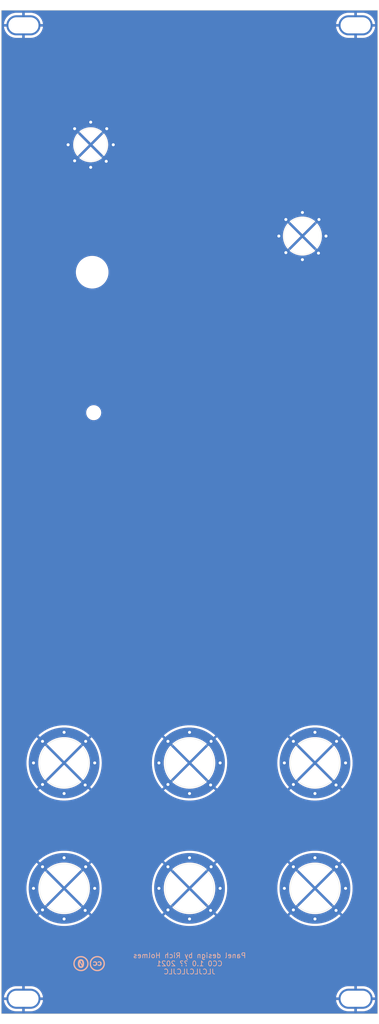
<source format=kicad_pcb>
(kicad_pcb (version 20221018) (generator pcbnew)
  (layers (0 "F.Cu" signal) (31 "B.Cu" signal) (34 "B.Paste" user) (35 "F.Paste" user) (36 "B.SilkS" user "B.Silkscreen") (37 "F.SilkS" user "F.Silkscreen") (38 "B.Mask" user) (39 "F.Mask" user) (44 "Edge.Cuts" user))
  (net 0 "")
  (net 1 "GND")
  (footprint "Kosmo_panel:Kosmo_Panel_Dual_Slotted_Mounting_Holes" (layer "F.Cu") (at 138.1 60.6 180)
    (fp_text reference "H12" hide)
    (fp_text value "Panel")
    (pad "1" thru_hole oval (at 1.4 -194 180) (size 6.8 4) (drill oval 6 3.2) (layers "*.Cu" "*.Mask") (net 1 "GND"))
    (pad "1" thru_hole oval (at 1.4 0 180) (size 6.8 4) (drill oval 6 3.2) (layers "*.Cu" "*.Mask") (net 1 "GND"))
  )
  (footprint "Kosmo_panel:Kosmo_Trimmer_Pot_Hole" (layer "F.Cu") (at 84.5 137.8)
    (fp_text reference "H10" hide)
    (fp_text value "Trimmer_Hole")
    (pad "" np_thru_hole circle (at 0 0) (size 2.5 2.5) (drill 2.5) (layers "*.Mask" "F.Cu"))
  )
  (footprint "Kosmo_panel:Kosmo_Switch_Hole" (layer "F.Cu") (at 83.9 84.4)
    (fp_text reference "H7" hide)
    (fp_text value "Switch_Hole")
    (fp_circle (center 0 0) (end 3.3 0) (stroke (width 0.05)) (fill none) (layer "Edge.Cuts"))
    (pad "1" smd custom (at -4.5 0) (size 0.5 0.5) (layers "F.Cu" "F.Paste" "F.Mask") (net 1 "GND") (options (clearance outline) (anchor circle)) (primitives (gr_circle (center 4.5 0) (end 9 0) (width 2) (fill none))))
    (pad "1" smd custom (at -4.5 0) (size 0.5 0.5) (layers "B.Cu" "B.Paste" "B.Mask") (net 1 "GND") (options (clearance outline) (anchor circle)) (primitives (gr_circle (center 4.5 0) (end 9 0) (width 2) (fill none))))
    (pad "1" thru_hole circle (at -4.5 0) (size 0.8 0.8) (drill 0.6) (layers "*.Mask" "F.Cu" "In1.Cu" "B.Cu") (net 1 "GND"))
    (pad "1" thru_hole circle (at -3.2 -3.2) (size 0.8 0.8) (drill 0.6) (layers "*.Mask" "F.Cu" "In1.Cu" "B.Cu") (net 1 "GND"))
    (pad "1" thru_hole circle (at -3.2 3.2) (size 0.8 0.8) (drill 0.6) (layers "*.Mask" "F.Cu" "In1.Cu" "B.Cu") (net 1 "GND"))
    (pad "1" thru_hole circle (at 0 -4.5) (size 0.8 0.8) (drill 0.6) (layers "*.Mask" "F.Cu" "In1.Cu" "B.Cu") (net 1 "GND"))
    (pad "1" thru_hole circle (at 0 4.5) (size 0.8 0.8) (drill 0.6) (layers "*.Mask" "F.Cu" "In1.Cu" "B.Cu") (net 1 "GND"))
    (pad "1" thru_hole circle (at 3.1 3.3) (size 0.8 0.8) (drill 0.6) (layers "*.Mask" "F.Cu" "In1.Cu" "B.Cu") (net 1 "GND"))
    (pad "1" thru_hole circle (at 3.2 -3.2) (size 0.8 0.8) (drill 0.6) (layers "*.Mask" "F.Cu" "In1.Cu" "B.Cu") (net 1 "GND"))
    (pad "1" thru_hole circle (at 4.5 0) (size 0.8 0.8) (drill 0.6) (layers "*.Mask" "F.Cu" "In1.Cu" "B.Cu") (net 1 "GND"))
  )
  (footprint "Kosmo_panel:Kosmo_Pot_Hole" (layer "F.Cu") (at 126.1 102.6)
    (fp_text reference "H8" hide)
    (fp_text value "Pot_Hole")
    (fp_circle (center 0 0) (end 3.7 0) (stroke (width 0.05)) (fill none) (layer "Edge.Cuts"))
    (pad "1" smd custom (at -4.7 0) (size 0.5 0.5) (layers "F.Cu" "F.Paste" "F.Mask") (net 1 "GND") (options (clearance outline) (anchor circle)) (primitives (gr_circle (center 4.7 0) (end 9.4 0) (width 1.6) (fill none))))
    (pad "1" smd custom (at -4.7 0) (size 0.5 0.5) (layers "B.Cu" "B.Paste" "B.Mask") (net 1 "GND") (options (clearance outline) (anchor circle)) (primitives (gr_circle (center 4.7 0) (end 9.4 0) (width 1.6) (fill none))))
    (pad "1" thru_hole circle (at -4.7 0) (size 0.8 0.8) (drill 0.6) (layers "*.Cu" "*.Mask") (net 1 "GND"))
    (pad "1" thru_hole circle (at -3.3 -3.3) (size 0.8 0.8) (drill 0.6) (layers "*.Cu" "*.Mask") (net 1 "GND"))
    (pad "1" thru_hole circle (at -3.3 3.3) (size 0.8 0.8) (drill 0.6) (layers "*.Cu" "*.Mask") (net 1 "GND"))
    (pad "1" thru_hole circle (at 0 -4.7) (size 0.8 0.8) (drill 0.6) (layers "*.Cu" "*.Mask") (net 1 "GND"))
    (pad "1" thru_hole circle (at 0 4.7) (size 0.8 0.8) (drill 0.6) (layers "*.Cu" "*.Mask") (net 1 "GND"))
    (pad "1" thru_hole circle (at 3.2 3.4) (size 0.8 0.8) (drill 0.6) (layers "*.Cu" "*.Mask") (net 1 "GND"))
    (pad "1" thru_hole circle (at 3.3 -3.3) (size 0.8 0.8) (drill 0.6) (layers "*.Cu" "*.Mask") (net 1 "GND"))
    (pad "1" thru_hole circle (at 4.7 0) (size 0.8 0.8) (drill 0.6) (layers "*.Cu" "*.Mask") (net 1 "GND"))
  )
  (footprint "Kosmo_panel:Kosmo_Jack_Hole" (layer "F.Cu") (at 78.6 207.6)
    (fp_text reference "H1" hide)
    (fp_text value "Jack_Hole")
    (fp_circle (center 0 0) (end 4.9 0) (stroke (width 0.05)) (fill none) (layer "Edge.Cuts"))
    (pad "1" smd custom (at -6.1 0) (size 0.5 0.5) (layers "F.Cu" "F.Paste" "F.Mask") (net 1 "GND") (options (clearance outline) (anchor circle)) (primitives (gr_circle (center 6.1 0) (end 12.2 0) (width 1.9) (fill none))))
    (pad "1" smd custom (at -6.1 0) (size 0.5 0.5) (layers "B.Cu" "B.Paste" "B.Mask") (net 1 "GND") (options (clearance outline) (anchor circle)) (primitives (gr_circle (center 6.1 0) (end 12.2 0) (width 1.9) (fill none))))
    (pad "1" thru_hole circle (at -6.1 0) (size 0.8 0.8) (drill 0.6) (layers "*.Cu" "*.Mask") (net 1 "GND"))
    (pad "1" thru_hole circle (at -4.3 -4.3) (size 0.8 0.8) (drill 0.6) (layers "*.Cu" "*.Mask") (net 1 "GND"))
    (pad "1" thru_hole circle (at -4.3 4.3) (size 0.8 0.8) (drill 0.6) (layers "*.Cu" "*.Mask") (net 1 "GND"))
    (pad "1" thru_hole circle (at 0 -6.1) (size 0.8 0.8) (drill 0.6) (layers "*.Cu" "*.Mask") (net 1 "GND"))
    (pad "1" thru_hole circle (at 0 6.1) (size 0.8 0.8) (drill 0.6) (layers "*.Cu" "*.Mask") (net 1 "GND"))
    (pad "1" thru_hole circle (at 4.2 4.4) (size 0.8 0.8) (drill 0.6) (layers "*.Cu" "*.Mask") (net 1 "GND"))
    (pad "1" thru_hole circle (at 4.3 -4.3) (size 0.8 0.8) (drill 0.6) (layers "*.Cu" "*.Mask") (net 1 "GND"))
    (pad "1" thru_hole circle (at 6.1 0) (size 0.8 0.8) (drill 0.6) (layers "*.Cu" "*.Mask") (net 1 "GND"))
  )
  (footprint "Kosmo_panel:Kosmo_Panel_Dual_Slotted_Mounting_Holes" (layer "F.Cu") (at 69.1 254.6)
    (fp_text reference "H9" hide)
    (fp_text value "Panel")
    (pad "1" thru_hole oval (at 1.4 -194) (size 6.8 4) (drill oval 6 3.2) (layers "*.Cu" "*.Mask") (net 1 "GND"))
    (pad "1" thru_hole oval (at 1.4 0) (size 6.8 4) (drill oval 6 3.2) (layers "*.Cu" "*.Mask") (net 1 "GND"))
  )
  (footprint "Kosmo_panel:Kosmo_LED_Hole" (layer "F.Cu") (at 84.2 109.8)
    (fp_text reference "H11" hide)
    (fp_text value "Led_Hole")
    (pad "" np_thru_hole circle (at 0 0) (size 5 5) (drill 5) (layers "F&B.Cu" "*.Mask"))
  )
  (footprint "Kosmo_panel:Kosmo_Jack_Hole" (layer "F.Cu") (at 78.6 232.6)
    (fp_text reference "H2" hide)
    (fp_text value "Jack_Hole")
    (fp_circle (center 0 0) (end 4.9 0) (stroke (width 0.05)) (fill none) (layer "Edge.Cuts"))
    (pad "1" smd custom (at -6.1 0) (size 0.5 0.5) (layers "F.Cu" "F.Paste" "F.Mask") (net 1 "GND") (options (clearance outline) (anchor circle)) (primitives (gr_circle (center 6.1 0) (end 12.2 0) (width 1.9) (fill none))))
    (pad "1" smd custom (at -6.1 0) (size 0.5 0.5) (layers "B.Cu" "B.Paste" "B.Mask") (net 1 "GND") (options (clearance outline) (anchor circle)) (primitives (gr_circle (center 6.1 0) (end 12.2 0) (width 1.9) (fill none))))
    (pad "1" thru_hole circle (at -6.1 0) (size 0.8 0.8) (drill 0.6) (layers "*.Cu" "*.Mask") (net 1 "GND"))
    (pad "1" thru_hole circle (at -4.3 -4.3) (size 0.8 0.8) (drill 0.6) (layers "*.Cu" "*.Mask") (net 1 "GND"))
    (pad "1" thru_hole circle (at -4.3 4.3) (size 0.8 0.8) (drill 0.6) (layers "*.Cu" "*.Mask") (net 1 "GND"))
    (pad "1" thru_hole circle (at 0 -6.1) (size 0.8 0.8) (drill 0.6) (layers "*.Cu" "*.Mask") (net 1 "GND"))
    (pad "1" thru_hole circle (at 0 6.1) (size 0.8 0.8) (drill 0.6) (layers "*.Cu" "*.Mask") (net 1 "GND"))
    (pad "1" thru_hole circle (at 4.2 4.4) (size 0.8 0.8) (drill 0.6) (layers "*.Cu" "*.Mask") (net 1 "GND"))
    (pad "1" thru_hole circle (at 4.3 -4.3) (size 0.8 0.8) (drill 0.6) (layers "*.Cu" "*.Mask") (net 1 "GND"))
    (pad "1" thru_hole circle (at 6.1 0) (size 0.8 0.8) (drill 0.6) (layers "*.Cu" "*.Mask") (net 1 "GND"))
  )
  (footprint "Kosmo_panel:Kosmo_Jack_Hole" (layer "F.Cu") (at 103.6 207.6)
    (fp_text reference "H3" hide)
    (fp_text value "Jack_Hole")
    (fp_circle (center 0 0) (end 4.9 0) (stroke (width 0.05)) (fill none) (layer "Edge.Cuts"))
    (pad "1" smd custom (at -6.1 0) (size 0.5 0.5) (layers "F.Cu" "F.Paste" "F.Mask") (net 1 "GND") (options (clearance outline) (anchor circle)) (primitives (gr_circle (center 6.1 0) (end 12.2 0) (width 1.9) (fill none))))
    (pad "1" smd custom (at -6.1 0) (size 0.5 0.5) (layers "B.Cu" "B.Paste" "B.Mask") (net 1 "GND") (options (clearance outline) (anchor circle)) (primitives (gr_circle (center 6.1 0) (end 12.2 0) (width 1.9) (fill none))))
    (pad "1" thru_hole circle (at -6.1 0) (size 0.8 0.8) (drill 0.6) (layers "*.Cu" "*.Mask") (net 1 "GND"))
    (pad "1" thru_hole circle (at -4.3 -4.3) (size 0.8 0.8) (drill 0.6) (layers "*.Cu" "*.Mask") (net 1 "GND"))
    (pad "1" thru_hole circle (at -4.3 4.3) (size 0.8 0.8) (drill 0.6) (layers "*.Cu" "*.Mask") (net 1 "GND"))
    (pad "1" thru_hole circle (at 0 -6.1) (size 0.8 0.8) (drill 0.6) (layers "*.Cu" "*.Mask") (net 1 "GND"))
    (pad "1" thru_hole circle (at 0 6.1) (size 0.8 0.8) (drill 0.6) (layers "*.Cu" "*.Mask") (net 1 "GND"))
    (pad "1" thru_hole circle (at 4.2 4.4) (size 0.8 0.8) (drill 0.6) (layers "*.Cu" "*.Mask") (net 1 "GND"))
    (pad "1" thru_hole circle (at 4.3 -4.3) (size 0.8 0.8) (drill 0.6) (layers "*.Cu" "*.Mask") (net 1 "GND"))
    (pad "1" thru_hole circle (at 6.1 0) (size 0.8 0.8) (drill 0.6) (layers "*.Cu" "*.Mask") (net 1 "GND"))
  )
  (footprint "Kosmo_panel:Kosmo_Jack_Hole" (layer "F.Cu") (at 103.6 232.6)
    (fp_text reference "H4" hide)
    (fp_text value "Jack_Hole")
    (fp_circle (center 0 0) (end 4.9 0) (stroke (width 0.05)) (fill none) (layer "Edge.Cuts"))
    (pad "1" smd custom (at -6.1 0) (size 0.5 0.5) (layers "F.Cu" "F.Paste" "F.Mask") (net 1 "GND") (options (clearance outline) (anchor circle)) (primitives (gr_circle (center 6.1 0) (end 12.2 0) (width 1.9) (fill none))))
    (pad "1" smd custom (at -6.1 0) (size 0.5 0.5) (layers "B.Cu" "B.Paste" "B.Mask") (net 1 "GND") (options (clearance outline) (anchor circle)) (primitives (gr_circle (center 6.1 0) (end 12.2 0) (width 1.9) (fill none))))
    (pad "1" thru_hole circle (at -6.1 0) (size 0.8 0.8) (drill 0.6) (layers "*.Cu" "*.Mask") (net 1 "GND"))
    (pad "1" thru_hole circle (at -4.3 -4.3) (size 0.8 0.8) (drill 0.6) (layers "*.Cu" "*.Mask") (net 1 "GND"))
    (pad "1" thru_hole circle (at -4.3 4.3) (size 0.8 0.8) (drill 0.6) (layers "*.Cu" "*.Mask") (net 1 "GND"))
    (pad "1" thru_hole circle (at 0 -6.1) (size 0.8 0.8) (drill 0.6) (layers "*.Cu" "*.Mask") (net 1 "GND"))
    (pad "1" thru_hole circle (at 0 6.1) (size 0.8 0.8) (drill 0.6) (layers "*.Cu" "*.Mask") (net 1 "GND"))
    (pad "1" thru_hole circle (at 4.2 4.4) (size 0.8 0.8) (drill 0.6) (layers "*.Cu" "*.Mask") (net 1 "GND"))
    (pad "1" thru_hole circle (at 4.3 -4.3) (size 0.8 0.8) (drill 0.6) (layers "*.Cu" "*.Mask") (net 1 "GND"))
    (pad "1" thru_hole circle (at 6.1 0) (size 0.8 0.8) (drill 0.6) (layers "*.Cu" "*.Mask") (net 1 "GND"))
  )
  (footprint "Kosmo_panel:Kosmo_Jack_Hole" (layer "F.Cu") (at 128.6 207.6)
    (fp_text reference "H5" hide)
    (fp_text value "Jack_Hole")
    (fp_circle (center 0 0) (end 4.9 0) (stroke (width 0.05)) (fill none) (layer "Edge.Cuts"))
    (pad "1" smd custom (at -6.1 0) (size 0.5 0.5) (layers "F.Cu" "F.Paste" "F.Mask") (net 1 "GND") (options (clearance outline) (anchor circle)) (primitives (gr_circle (center 6.1 0) (end 12.2 0) (width 1.9) (fill none))))
    (pad "1" smd custom (at -6.1 0) (size 0.5 0.5) (layers "B.Cu" "B.Paste" "B.Mask") (net 1 "GND") (options (clearance outline) (anchor circle)) (primitives (gr_circle (center 6.1 0) (end 12.2 0) (width 1.9) (fill none))))
    (pad "1" thru_hole circle (at -6.1 0) (size 0.8 0.8) (drill 0.6) (layers "*.Cu" "*.Mask") (net 1 "GND"))
    (pad "1" thru_hole circle (at -4.3 -4.3) (size 0.8 0.8) (drill 0.6) (layers "*.Cu" "*.Mask") (net 1 "GND"))
    (pad "1" thru_hole circle (at -4.3 4.3) (size 0.8 0.8) (drill 0.6) (layers "*.Cu" "*.Mask") (net 1 "GND"))
    (pad "1" thru_hole circle (at 0 -6.1) (size 0.8 0.8) (drill 0.6) (layers "*.Cu" "*.Mask") (net 1 "GND"))
    (pad "1" thru_hole circle (at 0 6.1) (size 0.8 0.8) (drill 0.6) (layers "*.Cu" "*.Mask") (net 1 "GND"))
    (pad "1" thru_hole circle (at 4.2 4.4) (size 0.8 0.8) (drill 0.6) (layers "*.Cu" "*.Mask") (net 1 "GND"))
    (pad "1" thru_hole circle (at 4.3 -4.3) (size 0.8 0.8) (drill 0.6) (layers "*.Cu" "*.Mask") (net 1 "GND"))
    (pad "1" thru_hole circle (at 6.1 0) (size 0.8 0.8) (drill 0.6) (layers "*.Cu" "*.Mask") (net 1 "GND"))
  )
  (footprint "Kosmo_panel:Kosmo_Jack_Hole" (layer "F.Cu") (at 128.6 232.6)
    (fp_text reference "H6" hide)
    (fp_text value "Jack_Hole")
    (fp_circle (center 0 0) (end 4.9 0) (stroke (width 0.05)) (fill none) (layer "Edge.Cuts"))
    (pad "1" smd custom (at -6.1 0) (size 0.5 0.5) (layers "F.Cu" "F.Paste" "F.Mask") (net 1 "GND") (options (clearance outline) (anchor circle)) (primitives (gr_circle (center 6.1 0) (end 12.2 0) (width 1.9) (fill none))))
    (pad "1" smd custom (at -6.1 0) (size 0.5 0.5) (layers "B.Cu" "B.Paste" "B.Mask") (net 1 "GND") (options (clearance outline) (anchor circle)) (primitives (gr_circle (center 6.1 0) (end 12.2 0) (width 1.9) (fill none))))
    (pad "1" thru_hole circle (at -6.1 0) (size 0.8 0.8) (drill 0.6) (layers "*.Cu" "*.Mask") (net 1 "GND"))
    (pad "1" thru_hole circle (at -4.3 -4.3) (size 0.8 0.8) (drill 0.6) (layers "*.Cu" "*.Mask") (net 1 "GND"))
    (pad "1" thru_hole circle (at -4.3 4.3) (size 0.8 0.8) (drill 0.6) (layers "*.Cu" "*.Mask") (net 1 "GND"))
    (pad "1" thru_hole circle (at 0 -6.1) (size 0.8 0.8) (drill 0.6) (layers "*.Cu" "*.Mask") (net 1 "GND"))
    (pad "1" thru_hole circle (at 0 6.1) (size 0.8 0.8) (drill 0.6) (layers "*.Cu" "*.Mask") (net 1 "GND"))
    (pad "1" thru_hole circle (at 4.2 4.4) (size 0.8 0.8) (drill 0.6) (layers "*.Cu" "*.Mask") (net 1 "GND"))
    (pad "1" thru_hole circle (at 4.3 -4.3) (size 0.8 0.8) (drill 0.6) (layers "*.Cu" "*.Mask") (net 1 "GND"))
    (pad "1" thru_hole circle (at 6.1 0) (size 0.8 0.8) (drill 0.6) (layers "*.Cu" "*.Mask") (net 1 "GND"))
  )
  (footprint "AO_tht:CC0_logo" (layer "B.Cu") (at 83.6 247.6 180)
    (fp_text reference "GRAF3" hide)
    (fp_text value "CC0 logo" hide)
    (fp_poly (pts (xy -1.885462 0.447357) (xy -1.80796 0.416229) (xy -1.734173 0.37) (xy -1.677964 0.318156) (xy -1.661191 0.293865) (xy -1.654405 0.269539) (xy -1.668257 0.247419) (xy -1.709064 0.219701) (xy -1.731679 0.206789) (xy -1.821809 0.156415) (xy -1.888507 0.214977) (xy -1.960737 0.261481) (xy -2.032889 0.270561) (xy -2.108372 0.245153) (xy -2.162338 0.200425) (xy -2.19441 0.131222) (xy -2.205949 0.03361) (xy -2.20416 -0.031687) (xy -2.197588 -0.10471) (xy -2.185977 -0.152001) (xy -2.164231 -0.186901) (xy -2.133179 -0.217499) (xy -2.057933 -0.264544) (xy -1.981404 -0.272549) (xy -1.903904 -0.241518) (xy -1.867775 -0.213928) (xy -1.799883 -0.154317) (xy -1.720557 -0.194786) (xy -1.673096 -0.222496) (xy -1.644755 -0.245796) (xy -1.641231 -0.252736) (xy -1.654834 -0.274078) (xy -1.690081 -0.311448) (xy -1.727998 -0.346592) (xy -1.841914 -0.423137) (xy -1.965441 -0.462801) (xy -2.094244 -0.464942) (xy -2.223988 -0.428916) (xy -2.238695 -0.422334) (xy -2.345027 -0.354034) (xy -2.420464 -0.262318) (xy -2.465242 -0.146736) (xy -2.479597 -0.006835) (xy -2.478269 0.035499) (xy -2.468911 0.125283) (xy -2.449251 0.195064) (xy -2.413931 0.263602) (xy -2.412411 0.266102) (xy -2.33328 0.360131) (xy -2.230981 0.425953) (xy -2.111332 0.461567) (xy -1.980151 0.46497) (xy -1.885462 0.447357)) (stroke (width 0.01)) (fill solid) (layer "B.SilkS"))
    (fp_poly (pts (xy -1.01024 0.448053) (xy -0.908378 0.40803) (xy -0.825953 0.349289) (xy -0.779557 0.289126) (xy -0.775227 0.265623) (xy -0.793686 0.241428) (xy -0.840859 0.209511) (xy -0.852388 0.202677) (xy -0.906758 0.17294) (xy -0.938765 0.163009) (xy -0.958361 0.17072) (xy -0.964922 0.178217) (xy -1.013678 0.224964) (xy -1.073913 0.260146) (xy -1.12689 0.273539) (xy -1.208245 0.256466) (xy -1.27031 0.207135) (xy -1.310986 0.128382) (xy -1.328177 0.023042) (xy -1.328616 0.000962) (xy -1.315565 -0.10452) (xy -1.279697 -0.187197) (xy -1.225937 -0.243996) (xy -1.159213 -0.271845) (xy -1.084451 -0.267673) (xy -1.006578 -0.228406) (xy -0.986663 -0.212275) (xy -0.916888 -0.151013) (xy -0.839444 -0.185935) (xy -0.79209 -0.212301) (xy -0.764706 -0.237249) (xy -0.762 -0.244709) (xy -0.777365 -0.276272) (xy -0.817095 -0.319399) (xy -0.871639 -0.366241) (xy -0.931448 -0.408947) (xy -0.986973 -0.43967) (xy -1.00907 -0.447792) (xy -1.148419 -0.468493) (xy -1.280352 -0.450937) (xy -1.363723 -0.418395) (xy -1.467214 -0.346141) (xy -1.542881 -0.248191) (xy -1.588536 -0.128345) (xy -1.602154 -0.004694) (xy -1.585124 0.126514) (xy -1.536905 0.245772) (xy -1.4618 0.345922) (xy -1.364117 0.419804) (xy -1.339475 0.432072) (xy -1.235087 0.462447) (xy -1.122242 0.466983) (xy -1.01024 0.448053)) (stroke (width 0.01)) (fill solid) (layer "B.SilkS"))
    (fp_poly (pts (xy 1.718811 0.866259) (xy 1.783433 0.858563) (xy 1.8415 0.840803) (xy 1.900438 0.814116) (xy 2.015396 0.738004) (xy 2.107653 0.63303) (xy 2.177998 0.497849) (xy 2.227221 0.331117) (xy 2.24543 0.226536) (xy 2.261732 0.072822) (xy 2.263518 -0.063482) (xy 2.250516 -0.201356) (xy 2.238221 -0.277732) (xy 2.1934 -0.451964) (xy 2.126711 -0.598191) (xy 2.039491 -0.714342) (xy 1.933076 -0.798346) (xy 1.887208 -0.821706) (xy 1.794059 -0.850276) (xy 1.681724 -0.866619) (xy 1.568671 -0.868967) (xy 1.490717 -0.859705) (xy 1.4154 -0.839781) (xy 1.353805 -0.811095) (xy 1.290906 -0.765485) (xy 1.247215 -0.727434) (xy 1.157059 -0.622255) (xy 1.089193 -0.48908) (xy 1.07861 -0.451694) (xy 1.484923 -0.451694) (xy 1.501634 -0.498731) (xy 1.545315 -0.530658) (xy 1.606292 -0.545931) (xy 1.674889 -0.543004) (xy 1.741429 -0.520334) (xy 1.774755 -0.497962) (xy 1.816901 -0.448793) (xy 1.854205 -0.382909) (xy 1.864849 -0.356308) (xy 1.88411 -0.277223) (xy 1.89875 -0.173359) (xy 1.907803 -0.058843) (xy 1.910303 0.052198) (xy 1.905284 0.145638) (xy 1.901108 0.174111) (xy 1.884973 0.260298) (xy 1.684948 -0.083738) (xy 1.624344 -0.189104) (xy 1.571119 -0.283798) (xy 1.52824 -0.362368) (xy 1.498669 -0.41936) (xy 1.485371 -0.449321) (xy 1.484923 -0.451694) (xy 1.07861 -0.451694) (xy 1.043164 -0.326483) (xy 1.01852 -0.133041) (xy 1.015195 -0.034984) (xy 1.361854 -0.034984) (xy 1.363815 -0.095716) (xy 1.365833 -0.141666) (xy 1.368582 -0.174212) (xy 1.374422 -0.190645) (xy 1.385712 -0.188254) (xy 1.404811 -0.16433) (xy 1.434079 -0.116164) (xy 1.475876 -0.041045) (xy 1.532562 0.063737) (xy 1.581079 0.153804) (xy 1.640141 0.264381) (xy 1.682165 0.346344) (xy 1.709345 0.405094) (xy 1.723875 0.446033) (xy 1.727947 0.474566) (xy 1.723754 0.496092) (xy 1.721855 0.500611) (xy 1.68592 0.536803) (xy 1.627827 0.547355) (xy 1.555436 0.531648) (xy 1.521317 0.516383) (xy 1.464215 0.465864) (xy 1.418724 0.381603) (xy 1.385837 0.267465) (xy 1.366549 0.127314) (xy 1.361854 -0.034984) (xy 1.015195 -0.034984) (xy 1.013762 0.007269) (xy 1.024688 0.220322) (xy 1.059279 0.402862) (xy 1.117786 0.555661) (xy 1.200462 0.679494) (xy 1.248508 0.728604) (xy 1.333991 0.795416) (xy 1.420481 0.837758) (xy 1.520566 0.860181) (xy 1.631461 0.867075) (xy 1.718811 0.866259)) (stroke (width 0.01)) (fill solid) (layer "B.SilkS"))
    (fp_poly (pts (xy 1.937449 1.488413) (xy 2.165128 1.427681) (xy 2.377239 1.336055) (xy 2.447398 1.296292) (xy 2.555932 1.219221) (xy 2.671208 1.118507) (xy 2.782641 1.004866) (xy 2.879647 0.889018) (xy 2.946112 0.791308) (xy 3.045923 0.585001) (xy 3.11415 0.364759) (xy 3.150694 0.136541) (xy 3.155457 -0.093698) (xy 3.12834 -0.32) (xy 3.069247 -0.536409) (xy 2.978077 -0.736967) (xy 2.971503 -0.748509) (xy 2.84694 -0.927855) (xy 2.691596 -1.091903) (xy 2.512465 -1.235367) (xy 2.316538 -1.352963) (xy 2.110807 -1.439403) (xy 2.023637 -1.465024) (xy 1.893912 -1.490687) (xy 1.748397 -1.507309) (xy 1.602282 -1.513928) (xy 1.470755 -1.509587) (xy 1.417299 -1.503333) (xy 1.177964 -1.446757) (xy 0.951186 -1.353934) (xy 0.741335 -1.2268) (xy 0.669682 -1.172122) (xy 0.498435 -1.00945) (xy 0.35804 -0.826151) (xy 0.249021 -0.626239) (xy 0.171902 -0.41373) (xy 0.127209 -0.192639) (xy 0.118984 -0.034606) (xy 0.380802 -0.034606) (xy 0.405936 -0.245751) (xy 0.467321 -0.45069) (xy 0.551733 -0.623249) (xy 0.614924 -0.713441) (xy 0.701005 -0.813314) (xy 0.799428 -0.912322) (xy 0.89965 -0.99992) (xy 0.991124 -1.065561) (xy 0.998443 -1.069958) (xy 1.196064 -1.164254) (xy 1.404843 -1.221992) (xy 1.620757 -1.242623) (xy 1.839786 -1.225598) (xy 1.956747 -1.200863) (xy 2.127697 -1.140458) (xy 2.297418 -1.051041) (xy 2.454712 -0.939843) (xy 2.588382 -0.814097) (xy 2.627915 -0.767478) (xy 2.745701 -0.589023) (xy 2.828533 -0.398686) (xy 2.877095 -0.20062) (xy 2.892068 0.001025) (xy 2.874137 0.202096) (xy 2.823983 0.398442) (xy 2.74229 0.585911) (xy 2.629741 0.760353) (xy 2.487017 0.917615) (xy 2.330082 1.043259) (xy 2.149405 1.143654) (xy 1.952948 1.211144) (xy 1.746545 1.245378) (xy 1.536028 1.246007) (xy 1.327231 1.212681) (xy 1.125987 1.14505) (xy 1.069661 1.118866) (xy 0.925853 1.029542) (xy 0.786385 0.909758) (xy 0.658542 0.768022) (xy 0.54961 0.61284) (xy 0.466877 0.452718) (xy 0.441544 0.385589) (xy 0.392483 0.177567) (xy 0.380802 -0.034606) (xy 0.118984 -0.034606) (xy 0.115464 0.033018) (xy 0.137192 0.259228) (xy 0.192918 0.481975) (xy 0.283167 0.697244) (xy 0.400416 0.889849) (xy 0.528616 1.042922) (xy 0.682877 1.183446) (xy 0.854449 1.305304) (xy 1.034582 1.402374) (xy 1.214524 1.46854) (xy 1.236086 1.474212) (xy 1.465421 1.512781) (xy 1.701711 1.517147) (xy 1.937449 1.488413)) (stroke (width 0.01)) (fill solid) (layer "B.SilkS"))
    (fp_poly (pts (xy -1.345762 1.496705) (xy -1.119275 1.439275) (xy -0.906042 1.349139) (xy -0.709636 1.228177) (xy -0.533628 1.078271) (xy -0.381589 0.901304) (xy -0.257089 0.699156) (xy -0.244249 0.673459) (xy -0.193712 0.562705) (xy -0.156951 0.461868) (xy -0.131999 0.360933) (xy -0.116892 0.249886) (xy -0.109665 0.118713) (xy -0.108257 -0.019538) (xy -0.109141 -0.139418) (xy -0.111786 -0.22955) (xy -0.117274 -0.299255) (xy -0.126685 -0.357855) (xy -0.141101 -0.414672) (xy -0.161488 -0.478692) (xy -0.25232 -0.689619) (xy -0.376092 -0.885212) (xy -0.528345 -1.061404) (xy -0.704617 -1.214128) (xy -0.90045 -1.339317) (xy -1.111382 -1.432904) (xy -1.253751 -1.474692) (xy -1.376333 -1.496312) (xy -1.517661 -1.509844) (xy -1.661804 -1.51454) (xy -1.792831 -1.50965) (xy -1.852036 -1.502835) (xy -2.065147 -1.451615) (xy -2.27496 -1.365903) (xy -2.472932 -1.249928) (xy -2.650519 -1.107922) (xy -2.651575 -1.106935) (xy -2.818861 -0.925473) (xy -2.952401 -0.726943) (xy -3.051194 -0.51425) (xy -3.114239 -0.290302) (xy -3.140535 -0.058003) (xy -3.137084 0.013629) (xy -2.862601 0.013629) (xy -2.860389 -0.11978) (xy -2.848612 -0.238052) (xy -2.834995 -0.302846) (xy -2.76038 -0.500843) (xy -2.653427 -0.685299) (xy -2.518836 -0.850554) (xy -2.361307 -0.990947) (xy -2.185539 -1.100816) (xy -2.16364 -1.111586) (xy -2.076119 -1.149895) (xy -1.986608 -1.18332) (xy -1.911196 -1.20599) (xy -1.895231 -1.209527) (xy -1.827822 -1.222939) (xy -1.771304 -1.234585) (xy -1.748692 -1.239505) (xy -1.699174 -1.244004) (xy -1.623233 -1.243264) (xy -1.533045 -1.238131) (xy -1.440787 -1.229448) (xy -1.358637 -1.218062) (xy -1.315852 -1.209472) (xy -1.145852 -1.152534) (xy -0.976986 -1.06724) (xy -0.819642 -0.960299) (xy -0.684202 -0.838415) (xy -0.614407 -0.756457) (xy -0.512259 -0.606814) (xy -0.439983 -0.465157) (xy -0.393839 -0.320154) (xy -0.370085 -0.160468) (xy -0.364724 0) (xy -0.366764 0.109115) (xy -0.372805 0.192678) (xy -0.384761 0.264156) (xy -0.404547 0.33702) (xy -0.418866 0.380813) (xy -0.509318 0.589261) (xy -0.630477 0.774366) (xy -0.780224 0.93399) (xy -0.956439 1.06599) (xy -1.157005 1.168227) (xy -1.223114 1.193304) (xy -1.334844 1.221816) (xy -1.470736 1.240097) (xy -1.617025 1.247316) (xy -1.759944 1.242644) (xy -1.853669 1.231343) (xy -2.041649 1.180435) (xy -2.221627 1.094685) (xy -2.389038 0.978174) (xy -2.539315 0.834985) (xy -2.667892 0.6692) (xy -2.770203 0.484902) (xy -2.815676 0.371231) (xy -2.839862 0.272479) (xy -2.855631 0.14883) (xy -2.862601 0.013629) (xy -3.137084 0.013629) (xy -3.12908 0.179741) (xy -3.118648 0.248748) (xy -3.060541 0.481714) (xy -2.970059 0.695081) (xy -2.845439 0.892109) (xy -2.684913 1.07606) (xy -2.655132 1.105115) (xy -2.474249 1.256065) (xy -2.283837 1.370769) (xy -2.078478 1.451842) (xy -1.852752 1.501896) (xy -1.824219 1.505919) (xy -1.581934 1.519547) (xy -1.345762 1.496705)) (stroke (width 0.01)) (fill solid) (layer "B.SilkS"))
  )
  (gr_line (start 66.1 257.6) (end 141.1 257.6) (stroke (width 0.1)) (layer "Edge.Cuts"))
  (gr_line (start 141.1 57.6) (end 66.1 57.6) (stroke (width 0.1)) (layer "Edge.Cuts"))
  (gr_line (start 66.1 57.6) (end 66.1 257.6) (stroke (width 0.1)) (layer "Edge.Cuts"))
  (gr_line (start 141.1 257.6) (end 141.1 57.6) (stroke (width 0.1)) (layer "Edge.Cuts"))
  (gr_text "Panel design by Rich Holmes\nCC0 1.0 ?? 2021\nJLCJLCJLCJLC" (at 103.6 247.6) (layer "B.SilkS") (effects (font (size 1 1)) (justify mirror)))
  (zone (net 1) (net_name "GND") (layers "F&B.Cu") (connect_pads (clearance 0.508)) (min_thickness 0.254) (fill yes (thermal_gap 0.508) (thermal_bridge_width 0.508))
    (polygon (pts (xy 141.1 257.6) (xy 66.1 257.6) (xy 66.1 57.6) (xy 141.1 57.6)))
  )
)
</source>
